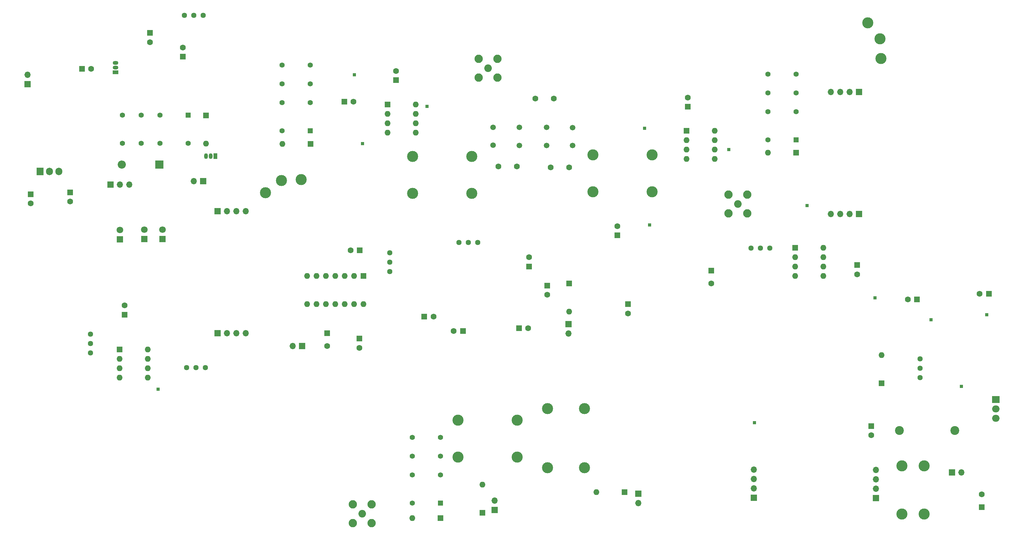
<source format=gbr>
%TF.GenerationSoftware,KiCad,Pcbnew,(6.0.7)*%
%TF.CreationDate,2023-02-24T18:14:12-05:00*%
%TF.ProjectId,Phoenix612 Complete v1.1,50686f65-6e69-4783-9631-3220436f6d70,rev?*%
%TF.SameCoordinates,Original*%
%TF.FileFunction,Soldermask,Bot*%
%TF.FilePolarity,Negative*%
%FSLAX46Y46*%
G04 Gerber Fmt 4.6, Leading zero omitted, Abs format (unit mm)*
G04 Created by KiCad (PCBNEW (6.0.7)) date 2023-02-24 18:14:12*
%MOMM*%
%LPD*%
G01*
G04 APERTURE LIST*
%ADD10R,1.800000X1.800000*%
%ADD11C,1.800000*%
%ADD12R,1.600000X1.600000*%
%ADD13C,1.600000*%
%ADD14C,1.440000*%
%ADD15R,1.700000X1.700000*%
%ADD16O,1.700000X1.700000*%
%ADD17C,1.500000*%
%ADD18R,0.850000X0.850000*%
%ADD19O,1.600000X1.600000*%
%ADD20C,3.000000*%
%ADD21R,1.400000X1.400000*%
%ADD22C,1.400000*%
%ADD23R,2.000000X1.905000*%
%ADD24O,2.000000X1.905000*%
%ADD25C,2.050000*%
%ADD26C,2.250000*%
%ADD27R,1.050000X1.500000*%
%ADD28O,1.050000X1.500000*%
%ADD29R,1.905000X2.000000*%
%ADD30O,1.905000X2.000000*%
%ADD31R,2.200000X2.200000*%
%ADD32O,2.200000X2.200000*%
%ADD33C,2.400000*%
%ADD34R,1.500000X1.050000*%
%ADD35O,1.500000X1.050000*%
G04 APERTURE END LIST*
D10*
%TO.C,D4*%
X50863500Y-105024000D03*
D11*
X50863500Y-102484000D03*
%TD*%
D12*
%TO.C,C44*%
X210778000Y-113472849D03*
D13*
X210778000Y-116972849D03*
%TD*%
D14*
%TO.C,RV4*%
X68262500Y-44426500D03*
X70802500Y-44426500D03*
X73342500Y-44426500D03*
%TD*%
D12*
%TO.C,C56*%
X250253500Y-112014000D03*
D13*
X250253500Y-114514000D03*
%TD*%
D15*
%TO.C,U11*%
X255270000Y-175052000D03*
D16*
X255270000Y-172512000D03*
X255270000Y-169972000D03*
X255270000Y-167432000D03*
X222250000Y-167386000D03*
X222250000Y-169926000D03*
X222250000Y-172466000D03*
D15*
X222250000Y-175006000D03*
%TD*%
D17*
%TO.C,Y3*%
X166243000Y-74766000D03*
X166243000Y-79646000D03*
%TD*%
D13*
%TO.C,C28*%
X163171500Y-66929000D03*
X168171500Y-66929000D03*
%TD*%
D18*
%TO.C,J7*%
X215519000Y-80708500D03*
%TD*%
D15*
%TO.C,U2*%
X77233500Y-130429000D03*
D16*
X79773500Y-130429000D03*
X82313500Y-130429000D03*
X84853500Y-130429000D03*
X84899500Y-97409000D03*
X82359500Y-97409000D03*
X79819500Y-97409000D03*
D15*
X77279500Y-97409000D03*
%TD*%
D12*
%TO.C,D9*%
X137541000Y-180467000D03*
D19*
X129921000Y-180467000D03*
%TD*%
D18*
%TO.C,J4*%
X133858000Y-69088000D03*
%TD*%
D15*
%TO.C,J3*%
X73378500Y-89281000D03*
D16*
X70838500Y-89281000D03*
%TD*%
D17*
%TO.C,Y4*%
X173228000Y-79666000D03*
X173228000Y-74786000D03*
%TD*%
D12*
%TO.C,D6*%
X102425500Y-79248000D03*
D19*
X94805500Y-79248000D03*
%TD*%
D20*
%TO.C,T3*%
X268366500Y-179347000D03*
X268366500Y-166347000D03*
X262366500Y-179347000D03*
X262366500Y-166347000D03*
%TD*%
%TO.C,T4*%
X142304500Y-164004000D03*
X158304500Y-164004000D03*
X142304500Y-154004000D03*
X158304500Y-154004000D03*
%TD*%
D21*
%TO.C,K4*%
X137557000Y-176434000D03*
D22*
X137557000Y-168814000D03*
X137557000Y-163734000D03*
X137557000Y-158654000D03*
X129937000Y-158654000D03*
X129937000Y-163734000D03*
X129937000Y-168814000D03*
X129937000Y-176434000D03*
%TD*%
D17*
%TO.C,Y1*%
X151765000Y-74702500D03*
X151765000Y-79582500D03*
%TD*%
D12*
%TO.C,C72*%
X254000000Y-155565349D03*
D13*
X254000000Y-158065349D03*
%TD*%
D14*
%TO.C,RV7*%
X142547500Y-105864151D03*
X145087500Y-105864151D03*
X147627500Y-105864151D03*
%TD*%
D18*
%TO.C,J14*%
X236664500Y-95885000D03*
%TD*%
D15*
%TO.C,J20*%
X275839000Y-168148000D03*
D16*
X278379000Y-168148000D03*
%TD*%
D12*
%TO.C,C50*%
X58991500Y-49189000D03*
D13*
X58991500Y-51689000D03*
%TD*%
D15*
%TO.C,J34*%
X191008000Y-173863000D03*
D16*
X191008000Y-176403000D03*
%TD*%
D23*
%TO.C,Q3*%
X287726000Y-148399500D03*
D24*
X287726000Y-150939500D03*
X287726000Y-153479500D03*
%TD*%
D12*
%TO.C,D10*%
X148844000Y-179070000D03*
D19*
X148844000Y-171450000D03*
%TD*%
D12*
%TO.C,U8*%
X233489500Y-107315000D03*
D19*
X233489500Y-109855000D03*
X233489500Y-112395000D03*
X233489500Y-114935000D03*
X241109500Y-114935000D03*
X241109500Y-112395000D03*
X241109500Y-109855000D03*
X241109500Y-107315000D03*
%TD*%
D14*
%TO.C,RV5*%
X226568000Y-107378500D03*
X224028000Y-107378500D03*
X221488000Y-107378500D03*
%TD*%
D12*
%TO.C,U7*%
X116718000Y-114945000D03*
D19*
X114178000Y-114945000D03*
X111638000Y-114945000D03*
X109098000Y-114945000D03*
X106558000Y-114945000D03*
X104018000Y-114945000D03*
X101478000Y-114945000D03*
X101478000Y-122565000D03*
X104018000Y-122565000D03*
X106558000Y-122565000D03*
X109098000Y-122565000D03*
X111638000Y-122565000D03*
X114178000Y-122565000D03*
X116718000Y-122565000D03*
%TD*%
D12*
%TO.C,C96*%
X143583151Y-129867151D03*
D13*
X141083151Y-129867151D03*
%TD*%
D15*
%TO.C,U9*%
X250744000Y-65151000D03*
D16*
X248204000Y-65151000D03*
X245664000Y-65151000D03*
X243124000Y-65151000D03*
X243078000Y-98171000D03*
X245618000Y-98171000D03*
X248158000Y-98171000D03*
D15*
X250698000Y-98171000D03*
%TD*%
D14*
%TO.C,RV3*%
X123825000Y-108712000D03*
X123825000Y-111252000D03*
X123825000Y-113792000D03*
%TD*%
D12*
%TO.C,D11*%
X187325000Y-173418500D03*
D19*
X179705000Y-173418500D03*
%TD*%
D12*
%TO.C,C17*%
X125476000Y-61985651D03*
D13*
X125476000Y-59485651D03*
%TD*%
D12*
%TO.C,D12*%
X172339000Y-116976651D03*
D19*
X172339000Y-124596651D03*
%TD*%
D15*
%TO.C,J2*%
X48275000Y-90233500D03*
D16*
X50815000Y-90233500D03*
X53355000Y-90233500D03*
%TD*%
D25*
%TO.C,J32*%
X116332000Y-179260500D03*
D26*
X113792000Y-176720500D03*
X118872000Y-181800500D03*
X113792000Y-181800500D03*
X118872000Y-176720500D03*
%TD*%
D12*
%TO.C,C11*%
X37338000Y-92321500D03*
D13*
X37338000Y-94821500D03*
%TD*%
D25*
%TO.C,J5*%
X150368000Y-58737500D03*
D26*
X147828000Y-61277500D03*
X152908000Y-56197500D03*
X147828000Y-56197500D03*
X152908000Y-61277500D03*
%TD*%
D12*
%TO.C,C90*%
X166370000Y-117538500D03*
D13*
X166370000Y-120038500D03*
%TD*%
D12*
%TO.C,D8*%
X256857500Y-144028000D03*
D19*
X256857500Y-136408000D03*
%TD*%
D18*
%TO.C,J15*%
X255016000Y-120904000D03*
%TD*%
D12*
%TO.C,U5*%
X204035500Y-75638500D03*
D19*
X204035500Y-78178500D03*
X204035500Y-80718500D03*
X204035500Y-83258500D03*
X211655500Y-83258500D03*
X211655500Y-80718500D03*
X211655500Y-78178500D03*
X211655500Y-75638500D03*
%TD*%
D12*
%TO.C,C98*%
X161480500Y-112404651D03*
D13*
X161480500Y-109904651D03*
%TD*%
D18*
%TO.C,J16*%
X270192500Y-126809500D03*
%TD*%
D15*
%TO.C,J13*%
X25844500Y-63037000D03*
D16*
X25844500Y-60497000D03*
%TD*%
D12*
%TO.C,C46*%
X185356500Y-103959151D03*
D13*
X185356500Y-101459151D03*
%TD*%
D15*
%TO.C,J33*%
X152209500Y-178249500D03*
D16*
X152209500Y-175709500D03*
%TD*%
D12*
%TO.C,C51*%
X67881500Y-55626000D03*
D13*
X67881500Y-53126000D03*
%TD*%
%TO.C,C27*%
X158202000Y-85344000D03*
X153202000Y-85344000D03*
%TD*%
D14*
%TO.C,RV1*%
X42852500Y-135814000D03*
X42852500Y-133274000D03*
X42852500Y-130734000D03*
%TD*%
D12*
%TO.C,C66*%
X285823151Y-119761000D03*
D13*
X283323151Y-119761000D03*
%TD*%
D21*
%TO.C,K1*%
X69309500Y-71421500D03*
D22*
X61689500Y-71421500D03*
X56609500Y-71421500D03*
X51529500Y-71421500D03*
X51529500Y-79041500D03*
X56609500Y-79041500D03*
X61689500Y-79041500D03*
X69309500Y-79041500D03*
%TD*%
D18*
%TO.C,J8*%
X116459000Y-79121000D03*
%TD*%
%TO.C,J6*%
X114236500Y-60515500D03*
%TD*%
D15*
%TO.C,J12*%
X100144500Y-133921500D03*
D16*
X97604500Y-133921500D03*
%TD*%
D25*
%TO.C,J9*%
X217995500Y-95504000D03*
D26*
X220535500Y-92964000D03*
X215455500Y-92964000D03*
X220535500Y-98044000D03*
X215455500Y-98044000D03*
%TD*%
D18*
%TO.C,J19*%
X278384000Y-144843500D03*
%TD*%
D12*
%TO.C,C75*%
X283908500Y-177547651D03*
D13*
X283908500Y-174047651D03*
%TD*%
D27*
%TO.C,Q1*%
X76612000Y-82555000D03*
D28*
X75342000Y-82555000D03*
X74072000Y-82555000D03*
%TD*%
D18*
%TO.C,J18*%
X222440500Y-154686000D03*
%TD*%
D12*
%TO.C,C53*%
X40566849Y-58904500D03*
D13*
X43066849Y-58904500D03*
%TD*%
D20*
%TO.C,TR1*%
X90233500Y-92442000D03*
X94551500Y-89140000D03*
X99885500Y-88886000D03*
%TD*%
%TO.C,T1*%
X129985500Y-92630000D03*
X145985500Y-92630000D03*
X129985500Y-82630000D03*
X145985500Y-82630000D03*
%TD*%
D12*
%TO.C,C19*%
X111506000Y-67754500D03*
D13*
X114006000Y-67754500D03*
%TD*%
D12*
%TO.C,C21*%
X204416500Y-69161500D03*
D13*
X204416500Y-66661500D03*
%TD*%
D20*
%TO.C,T5*%
X166450000Y-150813500D03*
X166450000Y-166813500D03*
X176450000Y-150813500D03*
X176450000Y-166813500D03*
%TD*%
D12*
%TO.C,D5*%
X74072000Y-71485000D03*
D19*
X74072000Y-79105000D03*
%TD*%
D18*
%TO.C,J1*%
X61140500Y-145605500D03*
%TD*%
D17*
%TO.C,Y2*%
X158877000Y-79602500D03*
X158877000Y-74722500D03*
%TD*%
D12*
%TO.C,C10*%
X26670000Y-92827349D03*
D13*
X26670000Y-95327349D03*
%TD*%
D12*
%TO.C,C94*%
X133149849Y-125993651D03*
D13*
X135649849Y-125993651D03*
%TD*%
D10*
%TO.C,D3*%
X62357000Y-104965500D03*
D11*
X62357000Y-102425500D03*
%TD*%
D21*
%TO.C,K3*%
X233696000Y-78136000D03*
D22*
X233696000Y-70516000D03*
X233696000Y-65436000D03*
X233696000Y-60356000D03*
X226076000Y-60356000D03*
X226076000Y-65436000D03*
X226076000Y-70516000D03*
X226076000Y-78136000D03*
%TD*%
D29*
%TO.C,U3*%
X29210000Y-86670000D03*
D30*
X31750000Y-86670000D03*
X34290000Y-86670000D03*
%TD*%
D12*
%TO.C,U1*%
X50736500Y-134871500D03*
D19*
X50736500Y-137411500D03*
X50736500Y-139951500D03*
X50736500Y-142491500D03*
X58356500Y-142491500D03*
X58356500Y-139951500D03*
X58356500Y-137411500D03*
X58356500Y-134871500D03*
%TD*%
D20*
%TO.C,T2*%
X178753500Y-92185500D03*
X194753500Y-92185500D03*
X178753500Y-82185500D03*
X194753500Y-82185500D03*
%TD*%
D18*
%TO.C,J10*%
X192722500Y-74993500D03*
%TD*%
D20*
%TO.C,TR2*%
X253061500Y-46418500D03*
X256363500Y-50736500D03*
X256617500Y-56070500D03*
%TD*%
D18*
%TO.C,J17*%
X285251651Y-125412500D03*
%TD*%
D12*
%TO.C,C69*%
X266392151Y-121285000D03*
D13*
X263892151Y-121285000D03*
%TD*%
D12*
%TO.C,C37*%
X115711651Y-108023500D03*
D13*
X113211651Y-108023500D03*
%TD*%
D12*
%TO.C,C40*%
X106870500Y-130427349D03*
D13*
X106870500Y-133927349D03*
%TD*%
D12*
%TO.C,U4*%
X123200000Y-68526500D03*
D19*
X123200000Y-71066500D03*
X123200000Y-73606500D03*
X123200000Y-76146500D03*
X130820000Y-76146500D03*
X130820000Y-73606500D03*
X130820000Y-71066500D03*
X130820000Y-68526500D03*
%TD*%
D21*
%TO.C,K2*%
X102298500Y-75692000D03*
D22*
X102298500Y-68072000D03*
X102298500Y-62992000D03*
X102298500Y-57912000D03*
X94678500Y-57912000D03*
X94678500Y-62992000D03*
X94678500Y-68072000D03*
X94678500Y-75692000D03*
%TD*%
D14*
%TO.C,RV6*%
X267271500Y-137414000D03*
X267271500Y-139954000D03*
X267271500Y-142494000D03*
%TD*%
D12*
%TO.C,C95*%
X158750000Y-129105151D03*
D13*
X161250000Y-129105151D03*
%TD*%
D12*
%TO.C,C2*%
X52060000Y-125409651D03*
D13*
X52060000Y-122909651D03*
%TD*%
D15*
%TO.C,J47*%
X172148500Y-127962151D03*
D16*
X172148500Y-130502151D03*
%TD*%
D14*
%TO.C,RV2*%
X68824000Y-139763500D03*
X71364000Y-139763500D03*
X73904000Y-139763500D03*
%TD*%
D31*
%TO.C,D1*%
X61468000Y-84836000D03*
D32*
X51308000Y-84836000D03*
%TD*%
D18*
%TO.C,J11*%
X194119500Y-101155500D03*
%TD*%
D33*
%TO.C,L13*%
X261613000Y-156781500D03*
X276613000Y-156781500D03*
%TD*%
D13*
%TO.C,C26*%
X172299000Y-85534500D03*
X167299000Y-85534500D03*
%TD*%
D12*
%TO.C,C35*%
X115633500Y-131889500D03*
D13*
X115633500Y-134389500D03*
%TD*%
D10*
%TO.C,D2*%
X57394349Y-104960500D03*
D11*
X57394349Y-102420500D03*
%TD*%
D34*
%TO.C,Q2*%
X49636000Y-59857000D03*
D35*
X49636000Y-58587000D03*
X49636000Y-57317000D03*
%TD*%
D12*
%TO.C,D7*%
X233743500Y-81597500D03*
D19*
X226123500Y-81597500D03*
%TD*%
D12*
%TO.C,C43*%
X188235500Y-122608849D03*
D13*
X188235500Y-125108849D03*
%TD*%
M02*

</source>
